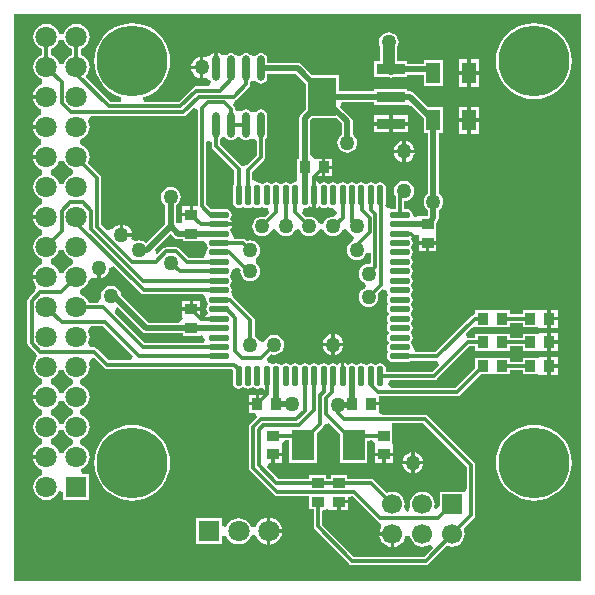
<source format=gtl>
G04 Layer_Physical_Order=1*
G04 Layer_Color=255*
%FSLAX25Y25*%
%MOIN*%
G70*
G01*
G75*
%ADD10R,0.03937X0.03543*%
%ADD11R,0.04528X0.07087*%
%ADD12R,0.03543X0.03937*%
%ADD13O,0.02362X0.08661*%
%ADD14R,0.09449X0.03740*%
%ADD15R,0.09449X0.12992*%
%ADD16R,0.07480X0.10236*%
%ADD17O,0.06890X0.02165*%
%ADD18O,0.02165X0.06890*%
%ADD19C,0.01969*%
%ADD20C,0.01181*%
%ADD21C,0.03937*%
%ADD22C,0.23622*%
%ADD23R,0.06693X0.06693*%
%ADD24C,0.06693*%
%ADD25R,0.07087X0.07087*%
%ADD26C,0.07087*%
%ADD27R,0.07087X0.07087*%
%ADD28C,0.05000*%
G36*
X188976Y0D02*
X0D01*
Y188976D01*
X188976D01*
Y0D01*
D02*
G37*
%LPC*%
G36*
X173228Y52008D02*
X171251Y51852D01*
X169323Y51389D01*
X167491Y50630D01*
X165800Y49594D01*
X164292Y48306D01*
X163005Y46798D01*
X161968Y45107D01*
X161209Y43275D01*
X160747Y41347D01*
X160591Y39370D01*
X160747Y37393D01*
X161209Y35465D01*
X161968Y33633D01*
X163005Y31942D01*
X164292Y30434D01*
X165800Y29146D01*
X167491Y28110D01*
X169323Y27351D01*
X171251Y26888D01*
X173228Y26733D01*
X175205Y26888D01*
X177134Y27351D01*
X178966Y28110D01*
X180656Y29146D01*
X182164Y30434D01*
X183452Y31942D01*
X184488Y33633D01*
X185247Y35465D01*
X185710Y37393D01*
X185866Y39370D01*
X185710Y41347D01*
X185247Y43275D01*
X184488Y45107D01*
X183452Y46798D01*
X182164Y48306D01*
X180656Y49594D01*
X178966Y50630D01*
X177134Y51389D01*
X175205Y51852D01*
X173228Y52008D01*
D02*
G37*
G36*
X80512Y62024D02*
X78331D01*
Y59646D01*
X80512D01*
Y62024D01*
D02*
G37*
G36*
X181118Y71063D02*
X178937D01*
Y68685D01*
X181118D01*
Y71063D01*
D02*
G37*
G36*
X39370Y52008D02*
X37393Y51852D01*
X35465Y51389D01*
X33633Y50630D01*
X31942Y49594D01*
X30434Y48306D01*
X29146Y46798D01*
X28110Y45107D01*
X27351Y43275D01*
X26888Y41347D01*
X26733Y39370D01*
X26888Y37393D01*
X27351Y35465D01*
X28110Y33633D01*
X29146Y31942D01*
X30434Y30434D01*
X31942Y29146D01*
X33633Y28110D01*
X35465Y27351D01*
X37393Y26888D01*
X39370Y26733D01*
X41347Y26888D01*
X43275Y27351D01*
X45107Y28110D01*
X46798Y29146D01*
X48306Y30434D01*
X49594Y31942D01*
X50630Y33633D01*
X51389Y35465D01*
X51852Y37393D01*
X52008Y39370D01*
X51852Y41347D01*
X51389Y43275D01*
X50630Y45107D01*
X49594Y46798D01*
X48306Y48306D01*
X46798Y49594D01*
X45107Y50630D01*
X43275Y51389D01*
X41347Y51852D01*
X39370Y52008D01*
D02*
G37*
G36*
X154839Y152953D02*
X152165D01*
Y149000D01*
X154839D01*
Y152953D01*
D02*
G37*
G36*
X150984D02*
X148311D01*
Y149000D01*
X150984D01*
Y152953D01*
D02*
G37*
G36*
X178937Y74622D02*
Y72244D01*
X181118D01*
Y74622D01*
X178937D01*
D02*
G37*
G36*
Y90370D02*
Y87992D01*
X181118D01*
Y90370D01*
X178937D01*
D02*
G37*
G36*
X140764Y112008D02*
X138386D01*
Y109827D01*
X140764D01*
Y112008D01*
D02*
G37*
G36*
X137205D02*
X134827D01*
Y109827D01*
X137205D01*
Y112008D01*
D02*
G37*
G36*
X181118Y78937D02*
X178937D01*
Y76559D01*
X181118D01*
Y78937D01*
D02*
G37*
G36*
X178937Y82496D02*
Y80118D01*
X181118D01*
Y82496D01*
X178937D01*
D02*
G37*
G36*
X181118Y86811D02*
X178937D01*
Y84433D01*
X181118D01*
Y86811D01*
D02*
G37*
G36*
X84213Y21040D02*
X83617Y20962D01*
X82512Y20504D01*
X81563Y19776D01*
X80835Y18827D01*
X80499Y18018D01*
X80239Y17956D01*
X79375Y17925D01*
X78873Y18027D01*
X78586Y18720D01*
X77892Y19624D01*
X76987Y20318D01*
X75934Y20755D01*
X74803Y20903D01*
X73673Y20755D01*
X72619Y20318D01*
X71715Y19624D01*
X71020Y18720D01*
X70709Y17967D01*
X69134Y18280D01*
Y20866D01*
X60473D01*
Y12205D01*
X69134D01*
Y14791D01*
X70709Y15104D01*
X71020Y14351D01*
X71715Y13447D01*
X72619Y12753D01*
X73673Y12316D01*
X74803Y12167D01*
X75934Y12316D01*
X76987Y12753D01*
X77892Y13447D01*
X78586Y14351D01*
X78873Y15044D01*
X79375Y15146D01*
X80239Y15115D01*
X80499Y15053D01*
X80835Y14244D01*
X81563Y13295D01*
X82512Y12567D01*
X83617Y12109D01*
X84213Y12031D01*
Y16535D01*
Y21040D01*
D02*
G37*
G36*
X124803Y182843D02*
X123945Y182730D01*
X123145Y182399D01*
X122459Y181872D01*
X121932Y181185D01*
X121600Y180386D01*
X121487Y179528D01*
X121600Y178669D01*
X121932Y177870D01*
X122023Y177750D01*
Y173130D01*
X120079D01*
Y167815D01*
X124805D01*
X124871Y167788D01*
X125591Y167693D01*
X126310Y167788D01*
X126376Y167815D01*
X131102D01*
Y168666D01*
X136713D01*
Y164961D01*
X142815D01*
Y173622D01*
X136713D01*
Y172279D01*
X131102D01*
Y173130D01*
X127583D01*
Y177750D01*
X127675Y177870D01*
X128006Y178669D01*
X128119Y179528D01*
X128006Y180386D01*
X127675Y181185D01*
X127148Y181872D01*
X126461Y182399D01*
X125661Y182730D01*
X124803Y182843D01*
D02*
G37*
G36*
X89308Y15945D02*
X85394D01*
Y12031D01*
X85989Y12109D01*
X87094Y12567D01*
X88043Y13295D01*
X88772Y14244D01*
X89230Y15349D01*
X89308Y15945D01*
D02*
G37*
G36*
X150984Y168701D02*
X148311D01*
Y164748D01*
X150984D01*
Y168701D01*
D02*
G37*
G36*
X154839D02*
X152165D01*
Y164748D01*
X154839D01*
Y168701D01*
D02*
G37*
G36*
Y173835D02*
X152165D01*
Y169882D01*
X154839D01*
Y173835D01*
D02*
G37*
G36*
X61910Y174614D02*
X61586Y174571D01*
X60735Y174219D01*
X60004Y173658D01*
X59443Y172926D01*
X59090Y172075D01*
X59048Y171752D01*
X61910D01*
Y174614D01*
D02*
G37*
G36*
Y170571D02*
X59048D01*
X59090Y170248D01*
X59443Y169396D01*
X60004Y168665D01*
X60735Y168104D01*
X61586Y167752D01*
X61910Y167709D01*
Y170571D01*
D02*
G37*
G36*
X150984Y173835D02*
X148311D01*
Y169882D01*
X150984D01*
Y173835D01*
D02*
G37*
G36*
X173228Y185866D02*
X171251Y185710D01*
X169323Y185247D01*
X167491Y184488D01*
X165800Y183452D01*
X164292Y182164D01*
X163005Y180656D01*
X161968Y178966D01*
X161209Y177134D01*
X160747Y175205D01*
X160591Y173228D01*
X160747Y171251D01*
X161209Y169323D01*
X161968Y167491D01*
X163005Y165800D01*
X164292Y164292D01*
X165800Y163005D01*
X167491Y161968D01*
X169323Y161209D01*
X171251Y160747D01*
X173228Y160591D01*
X175205Y160747D01*
X177134Y161209D01*
X178966Y161968D01*
X180656Y163005D01*
X182164Y164292D01*
X183452Y165800D01*
X184488Y167491D01*
X185247Y169323D01*
X185710Y171251D01*
X185866Y173228D01*
X185710Y175205D01*
X185247Y177134D01*
X184488Y178966D01*
X183452Y180656D01*
X182164Y182164D01*
X180656Y183452D01*
X178966Y184488D01*
X177134Y185247D01*
X175205Y185710D01*
X173228Y185866D01*
D02*
G37*
G36*
X150984Y158087D02*
X148311D01*
Y154134D01*
X150984D01*
Y158087D01*
D02*
G37*
G36*
X154839D02*
X152165D01*
Y154134D01*
X154839D01*
Y158087D01*
D02*
G37*
G36*
X39370Y185866D02*
X37393Y185710D01*
X35465Y185247D01*
X33633Y184488D01*
X31942Y183452D01*
X30434Y182164D01*
X29146Y180656D01*
X28110Y178966D01*
X27351Y177134D01*
X26888Y175205D01*
X26733Y173228D01*
X26888Y171251D01*
X27351Y169323D01*
X28110Y167491D01*
X29146Y165800D01*
X30434Y164292D01*
X31942Y163005D01*
X33633Y161968D01*
X35465Y161209D01*
X35635Y161169D01*
X35448Y159594D01*
X32157D01*
X23819Y167932D01*
X23837Y168210D01*
X24531Y169115D01*
X24967Y170169D01*
X25116Y171299D01*
X24967Y172430D01*
X24531Y173483D01*
X23837Y174388D01*
X22932Y175082D01*
X22153Y175405D01*
Y177194D01*
X22932Y177516D01*
X23837Y178210D01*
X24531Y179115D01*
X24967Y180169D01*
X25116Y181299D01*
X24967Y182430D01*
X24531Y183483D01*
X23837Y184388D01*
X22932Y185082D01*
X21879Y185518D01*
X20748Y185667D01*
X19617Y185518D01*
X18564Y185082D01*
X17659Y184388D01*
X16965Y183483D01*
X16529Y182430D01*
X14967D01*
X14531Y183483D01*
X13837Y184388D01*
X12932Y185082D01*
X11879Y185518D01*
X10748Y185667D01*
X9618Y185518D01*
X8564Y185082D01*
X7659Y184388D01*
X6965Y183483D01*
X6529Y182430D01*
X6380Y181299D01*
X6529Y180169D01*
X6965Y179115D01*
X7659Y178210D01*
X8564Y177516D01*
X9343Y177194D01*
Y175405D01*
X8564Y175082D01*
X7659Y174388D01*
X6965Y173483D01*
X6529Y172430D01*
X6380Y171299D01*
X6529Y170169D01*
X6965Y169115D01*
X7659Y168210D01*
X8564Y167516D01*
X9257Y167229D01*
X9359Y166727D01*
X9328Y165863D01*
X9266Y165603D01*
X8457Y165268D01*
X7508Y164540D01*
X6780Y163591D01*
X6322Y162485D01*
X6243Y161890D01*
X10748D01*
Y160709D01*
X6243D01*
X6322Y160113D01*
X6780Y159008D01*
X7508Y158059D01*
X8457Y157331D01*
X8889Y157151D01*
Y155447D01*
X8457Y155268D01*
X7508Y154540D01*
X6780Y153591D01*
X6322Y152485D01*
X6243Y151890D01*
X10748D01*
Y150709D01*
X6243D01*
X6322Y150113D01*
X6780Y149008D01*
X7508Y148059D01*
X8457Y147331D01*
X8889Y147152D01*
Y145447D01*
X8457Y145268D01*
X7508Y144539D01*
X6780Y143590D01*
X6322Y142485D01*
X6243Y141890D01*
X10748D01*
Y140709D01*
X6243D01*
X6322Y140113D01*
X6780Y139008D01*
X7508Y138059D01*
X8457Y137331D01*
X9266Y136995D01*
X9328Y136735D01*
X9359Y135871D01*
X9257Y135369D01*
X8564Y135082D01*
X7659Y134388D01*
X6965Y133483D01*
X6529Y132430D01*
X6380Y131299D01*
X6529Y130169D01*
X6965Y129115D01*
X7659Y128210D01*
X8564Y127516D01*
X9257Y127229D01*
X9359Y126727D01*
X9328Y125863D01*
X9266Y125603D01*
X8457Y125268D01*
X7508Y124539D01*
X6780Y123591D01*
X6322Y122485D01*
X6243Y121890D01*
X10748D01*
Y120709D01*
X6243D01*
X6322Y120113D01*
X6780Y119008D01*
X7508Y118059D01*
X8457Y117331D01*
X9266Y116996D01*
X9328Y116735D01*
X9359Y115871D01*
X9257Y115369D01*
X8564Y115082D01*
X7659Y114388D01*
X6965Y113483D01*
X6529Y112430D01*
X6380Y111299D01*
X6529Y110169D01*
X6965Y109115D01*
X7659Y108211D01*
X8564Y107516D01*
X9257Y107229D01*
X9359Y106728D01*
X9328Y105863D01*
X9266Y105603D01*
X8457Y105268D01*
X7508Y104540D01*
X6780Y103591D01*
X6322Y102485D01*
X6243Y101890D01*
X10748D01*
Y100709D01*
X6243D01*
X6322Y100113D01*
X6780Y99008D01*
X7046Y98660D01*
X7431Y97829D01*
X6981Y96478D01*
X4833Y94331D01*
X4529Y93875D01*
X4422Y93338D01*
Y79261D01*
X4529Y78723D01*
X4833Y78267D01*
X7132Y75968D01*
X7527Y74784D01*
X7223Y73820D01*
X6965Y73483D01*
X6529Y72430D01*
X6380Y71299D01*
X6529Y70169D01*
X6965Y69115D01*
X7659Y68211D01*
X8564Y67516D01*
X9257Y67229D01*
X9359Y66728D01*
X9328Y65863D01*
X9266Y65603D01*
X8457Y65268D01*
X7508Y64539D01*
X6780Y63591D01*
X6322Y62485D01*
X6243Y61890D01*
X10748D01*
Y60709D01*
X6243D01*
X6322Y60113D01*
X6780Y59008D01*
X7508Y58059D01*
X8457Y57331D01*
X9266Y56995D01*
X9328Y56735D01*
X9359Y55871D01*
X9257Y55369D01*
X8564Y55082D01*
X7659Y54388D01*
X6965Y53483D01*
X6529Y52430D01*
X6380Y51299D01*
X6529Y50169D01*
X6965Y49115D01*
X7659Y48210D01*
X8564Y47516D01*
X9257Y47229D01*
X9359Y46727D01*
X9328Y45863D01*
X9266Y45603D01*
X8457Y45268D01*
X7508Y44539D01*
X6780Y43591D01*
X6322Y42485D01*
X6243Y41890D01*
X10748D01*
Y40709D01*
X6243D01*
X6322Y40113D01*
X6780Y39008D01*
X7508Y38059D01*
X8457Y37331D01*
X9266Y36996D01*
X9328Y36735D01*
X9359Y35871D01*
X9257Y35369D01*
X8564Y35082D01*
X7659Y34388D01*
X6965Y33483D01*
X6529Y32430D01*
X6380Y31299D01*
X6529Y30169D01*
X6965Y29115D01*
X7659Y28210D01*
X8564Y27516D01*
X9618Y27080D01*
X10748Y26931D01*
X11879Y27080D01*
X12932Y27516D01*
X13837Y28210D01*
X14531Y29115D01*
X14842Y29868D01*
X16417Y29554D01*
Y26969D01*
X25079D01*
Y35630D01*
X22493D01*
X22180Y37205D01*
X22932Y37516D01*
X23837Y38210D01*
X24531Y39115D01*
X24967Y40169D01*
X25116Y41299D01*
X24967Y42430D01*
X24531Y43483D01*
X23837Y44388D01*
X22932Y45082D01*
X21879Y45518D01*
Y47080D01*
X22932Y47516D01*
X23837Y48210D01*
X24531Y49115D01*
X24967Y50169D01*
X25116Y51299D01*
X24967Y52430D01*
X24531Y53483D01*
X23837Y54388D01*
X22932Y55082D01*
X21879Y55518D01*
Y57080D01*
X22932Y57516D01*
X23837Y58210D01*
X24531Y59115D01*
X24967Y60169D01*
X25116Y61299D01*
X24967Y62430D01*
X24531Y63483D01*
X23837Y64388D01*
X22932Y65082D01*
X21879Y65518D01*
Y67080D01*
X22932Y67516D01*
X23837Y68211D01*
X24531Y69115D01*
X24967Y70169D01*
X25116Y71299D01*
X24967Y72430D01*
X24852Y72707D01*
X25782Y74290D01*
X26768Y74395D01*
X30109Y71054D01*
X30565Y70749D01*
X31102Y70642D01*
X72646D01*
X72896Y70392D01*
Y65945D01*
X73042Y65215D01*
X73455Y64597D01*
X74073Y64183D01*
X74803Y64038D01*
X75533Y64183D01*
X76378Y64509D01*
X77223Y64183D01*
X77953Y64038D01*
X78682Y64183D01*
X79528Y64509D01*
X80373Y64183D01*
X81102Y64038D01*
X81832Y64183D01*
X82451Y64597D01*
X83439Y63983D01*
X84009Y62290D01*
X83883Y62022D01*
X83874Y62024D01*
X83356Y62024D01*
X81693D01*
Y59055D01*
X81102D01*
Y58465D01*
X78331D01*
Y56087D01*
X80251D01*
X80843Y54512D01*
X78534Y52202D01*
X78230Y51747D01*
X78123Y51209D01*
Y37767D01*
X78230Y37230D01*
X78534Y36774D01*
X86774Y28534D01*
X87230Y28230D01*
X87767Y28123D01*
X98425D01*
Y23819D01*
X99776D01*
Y18110D01*
X99883Y17573D01*
X100188Y17117D01*
X111605Y5700D01*
X112061Y5395D01*
X112598Y5288D01*
X137165D01*
X137703Y5395D01*
X138159Y5700D01*
X144304Y11845D01*
X144984Y11563D01*
X146063Y11421D01*
X147142Y11563D01*
X148148Y11980D01*
X149011Y12642D01*
X149674Y13506D01*
X150090Y14511D01*
X150233Y15590D01*
X150090Y16670D01*
X149809Y17349D01*
X153356Y20896D01*
X153660Y21352D01*
X153767Y21890D01*
Y38583D01*
X153660Y39120D01*
X153356Y39576D01*
X138001Y54931D01*
X137546Y55235D01*
X137008Y55342D01*
X122936D01*
X121669Y56087D01*
Y58465D01*
X118898D01*
Y59646D01*
X121669D01*
Y61587D01*
X147638D01*
X148176Y61694D01*
X148631Y61999D01*
X155530Y68898D01*
X158465D01*
X158858Y68898D01*
X160039D01*
X160433Y68898D01*
X165157D01*
Y70249D01*
X169488D01*
Y68898D01*
X174088D01*
X175575Y68685D01*
X176093Y68685D01*
X177756D01*
Y71653D01*
Y74622D01*
X176093D01*
X175575Y74622D01*
X174088Y74410D01*
X169488D01*
Y73058D01*
X165157D01*
Y74410D01*
X160433D01*
X160039Y74410D01*
X158858D01*
X158465Y74410D01*
X153740D01*
Y71081D01*
X147056Y64397D01*
X125521D01*
X124581Y65745D01*
X125149Y66902D01*
X139961D01*
X140498Y67009D01*
X140954Y67314D01*
X151763Y78123D01*
X153740D01*
Y76772D01*
X158465D01*
X158858Y76772D01*
X160039D01*
X160433Y76772D01*
X165157D01*
Y78123D01*
X169488D01*
Y76772D01*
X174088D01*
X175575Y76559D01*
X176093Y76559D01*
X177756D01*
Y79528D01*
Y82496D01*
X176093D01*
X175575Y82496D01*
X174088Y82284D01*
X169488D01*
Y80932D01*
X165157D01*
Y82284D01*
X160433D01*
X160039Y82284D01*
X158858D01*
X158465Y82284D01*
X153740D01*
Y80932D01*
X151288D01*
X151075Y81177D01*
X150539Y82411D01*
X152344Y84215D01*
X153740Y84646D01*
Y84646D01*
X153740Y84646D01*
X158465D01*
X158858Y84646D01*
X160039D01*
X160433Y84646D01*
X165157D01*
Y85997D01*
X169488D01*
Y84646D01*
X174088D01*
X175575Y84433D01*
X176093Y84433D01*
X177756D01*
Y87402D01*
Y90370D01*
X176093D01*
X175575Y90370D01*
X174088Y90158D01*
X169488D01*
Y88806D01*
X165157D01*
Y90158D01*
X160433D01*
X160039Y90158D01*
X158858D01*
X158465Y90158D01*
X153740D01*
Y88806D01*
X153543D01*
X153006Y88700D01*
X152550Y88395D01*
X140363Y76208D01*
X133883D01*
X133589Y76453D01*
X132778Y77783D01*
X132812Y77953D01*
X132667Y78682D01*
X132254Y79301D01*
Y79754D01*
X132667Y80373D01*
X132812Y81102D01*
X132667Y81832D01*
X132254Y82451D01*
Y82904D01*
X132667Y83522D01*
X132812Y84252D01*
X132667Y84982D01*
X132341Y85827D01*
X132667Y86672D01*
X132812Y87402D01*
X132667Y88131D01*
X132254Y88750D01*
Y89203D01*
X132667Y89821D01*
X132812Y90551D01*
X132667Y91281D01*
X132341Y92126D01*
X132667Y92971D01*
X132812Y93701D01*
X132667Y94431D01*
X132341Y95276D01*
X132667Y96121D01*
X132812Y96850D01*
X132667Y97580D01*
X132254Y98199D01*
Y98652D01*
X132667Y99270D01*
X132812Y100000D01*
X132667Y100730D01*
X132341Y101575D01*
X132667Y102420D01*
X132812Y103150D01*
X132667Y103879D01*
X132341Y104724D01*
X132667Y105570D01*
X132812Y106299D01*
X132667Y107029D01*
X132254Y107648D01*
Y108101D01*
X132667Y108719D01*
X132812Y109449D01*
X132667Y110178D01*
X132341Y111024D01*
X132667Y111869D01*
X132812Y112598D01*
X132667Y113328D01*
X132254Y113947D01*
X132867Y114935D01*
X134561Y115505D01*
X134828Y115379D01*
X134827Y115370D01*
X134827Y114852D01*
Y113189D01*
X140764D01*
Y114852D01*
X140764Y115370D01*
X140551Y116857D01*
Y119099D01*
X141041Y119589D01*
X141433Y120175D01*
X141570Y120866D01*
Y123620D01*
X142108Y124033D01*
X142635Y124720D01*
X142967Y125520D01*
X143079Y126378D01*
X142967Y127236D01*
X142635Y128036D01*
X142108Y128723D01*
X141570Y129136D01*
Y149213D01*
X142815D01*
Y157874D01*
X137988D01*
X133167Y162695D01*
X132581Y163086D01*
X131890Y163224D01*
X131102D01*
Y164075D01*
X120079D01*
Y163224D01*
X108268D01*
Y168701D01*
X99208D01*
X95766Y172143D01*
X95179Y172535D01*
X94488Y172672D01*
X84310D01*
Y174016D01*
X84157Y174784D01*
X83722Y175435D01*
X83071Y175870D01*
X82303Y176023D01*
X81535Y175870D01*
X80884Y175435D01*
X80678Y175127D01*
X80139Y175005D01*
X79467D01*
X78928Y175127D01*
X78722Y175435D01*
X78071Y175870D01*
X77303Y176023D01*
X76535Y175870D01*
X75884Y175435D01*
X75678Y175127D01*
X75139Y175005D01*
X74467D01*
X73928Y175127D01*
X73722Y175435D01*
X73071Y175870D01*
X72303Y176023D01*
X71535Y175870D01*
X70884Y175435D01*
X70806Y175318D01*
X70617Y175259D01*
X69106Y175299D01*
X69056Y175318D01*
X68876Y175588D01*
X68154Y176070D01*
X67894Y176122D01*
Y170866D01*
X66713D01*
Y176122D01*
X66452Y176070D01*
X65731Y175588D01*
X65506Y175252D01*
X64972Y174807D01*
X63571Y174506D01*
X63414Y174571D01*
X63090Y174614D01*
Y171161D01*
Y167709D01*
X63414Y167752D01*
X63504Y167789D01*
X63732Y167779D01*
X65088Y167072D01*
X65247Y166873D01*
X65249Y166866D01*
X65583Y166366D01*
X65331Y165475D01*
X64921Y164791D01*
X60630D01*
X60092Y164684D01*
X59636Y164379D01*
X54851Y159594D01*
X43292D01*
X43105Y161169D01*
X43275Y161209D01*
X45107Y161968D01*
X46798Y163005D01*
X48306Y164292D01*
X49594Y165800D01*
X50630Y167491D01*
X51389Y169323D01*
X51852Y171251D01*
X52008Y173228D01*
X51852Y175205D01*
X51389Y177134D01*
X50630Y178966D01*
X49594Y180656D01*
X48306Y182164D01*
X46798Y183452D01*
X45107Y184488D01*
X43275Y185247D01*
X41347Y185710D01*
X39370Y185866D01*
D02*
G37*
G36*
X85394Y21040D02*
Y17126D01*
X89308D01*
X89230Y17721D01*
X88772Y18827D01*
X88043Y19776D01*
X87094Y20504D01*
X85989Y20962D01*
X85394Y21040D01*
D02*
G37*
%LPD*%
G36*
X42314Y95857D02*
X42769Y95552D01*
X43307Y95446D01*
X62967D01*
X63261Y95200D01*
X64072Y93871D01*
X64038Y93701D01*
X64183Y92971D01*
X64509Y92126D01*
X64183Y91281D01*
X64038Y90551D01*
X64183Y89821D01*
X64597Y89203D01*
X63983Y88214D01*
X62290Y87644D01*
X62022Y87771D01*
X62024Y87779D01*
X62024Y88298D01*
Y89961D01*
X56087D01*
Y88298D01*
X56087Y87779D01*
X56107Y87633D01*
X54747Y86058D01*
X44849D01*
X35565Y95343D01*
X35486Y95940D01*
X35155Y96740D01*
X34628Y97427D01*
X33941Y97954D01*
X33142Y98285D01*
X32283Y98398D01*
X31425Y98285D01*
X30626Y97954D01*
X29939Y97427D01*
X29412Y96740D01*
X29081Y95940D01*
X28968Y95082D01*
X29073Y94279D01*
X29076Y94216D01*
X28074Y92704D01*
X24854D01*
X24531Y93483D01*
X23837Y94388D01*
X22932Y95082D01*
X21879Y95518D01*
Y97080D01*
X22932Y97516D01*
X23837Y98211D01*
X24531Y99115D01*
X24967Y100169D01*
X24989Y100336D01*
X26000Y100904D01*
X26677Y101095D01*
X27334Y100822D01*
X27657Y100780D01*
Y104232D01*
X28839D01*
Y100780D01*
X29162Y100822D01*
X30013Y101175D01*
X30744Y101736D01*
X31305Y102467D01*
X31658Y103319D01*
X31770Y104173D01*
X31951Y104308D01*
X33280Y104891D01*
X42314Y95857D01*
D02*
G37*
G36*
X121054Y19873D02*
X121510Y19568D01*
X121633Y19544D01*
X122228Y18507D01*
X122346Y17886D01*
X122266Y17783D01*
X121828Y16725D01*
X121757Y16181D01*
X126063D01*
Y15590D01*
X126654D01*
Y11284D01*
X127198Y11356D01*
X128255Y11794D01*
X129163Y12491D01*
X129860Y13399D01*
X130298Y14456D01*
X130376Y15052D01*
X131964D01*
X132036Y14511D01*
X132452Y13506D01*
X133115Y12642D01*
X133978Y11980D01*
X134984Y11563D01*
X136063Y11421D01*
X137142Y11563D01*
X138148Y11980D01*
X138536Y12278D01*
X139576Y11091D01*
X136583Y8098D01*
X113180D01*
X102586Y18692D01*
Y23216D01*
X104161Y23784D01*
X105299Y23606D01*
Y23606D01*
X105424Y23606D01*
X107677D01*
Y26378D01*
X108268D01*
Y26969D01*
X111236D01*
Y28105D01*
X112811Y28115D01*
X121054Y19873D01*
D02*
G37*
G36*
X16965Y49115D02*
X17659Y48210D01*
X18564Y47516D01*
X19617Y47080D01*
Y45518D01*
X18564Y45082D01*
X17659Y44388D01*
X16965Y43483D01*
X16678Y42790D01*
X16176Y42689D01*
X15312Y42719D01*
X15052Y42781D01*
X14717Y43591D01*
X13988Y44539D01*
X13039Y45268D01*
X12230Y45603D01*
X12168Y45863D01*
X12137Y46727D01*
X12239Y47229D01*
X12932Y47516D01*
X13837Y48210D01*
X14531Y49115D01*
X14967Y50169D01*
X16529D01*
X16965Y49115D01*
D02*
G37*
G36*
X16678Y59808D02*
X16965Y59115D01*
X17659Y58210D01*
X18564Y57516D01*
X19617Y57080D01*
Y55518D01*
X18564Y55082D01*
X17659Y54388D01*
X16965Y53483D01*
X16529Y52430D01*
X14967D01*
X14531Y53483D01*
X13837Y54388D01*
X12932Y55082D01*
X12239Y55369D01*
X12137Y55871D01*
X12168Y56735D01*
X12230Y56995D01*
X13039Y57331D01*
X13988Y58059D01*
X14717Y59008D01*
X15052Y59817D01*
X15312Y59879D01*
X16176Y59910D01*
X16678Y59808D01*
D02*
G37*
G36*
X16965Y69115D02*
X17659Y68211D01*
X18564Y67516D01*
X19617Y67080D01*
Y65518D01*
X18564Y65082D01*
X17659Y64388D01*
X16965Y63483D01*
X16678Y62790D01*
X16176Y62689D01*
X15312Y62719D01*
X15052Y62781D01*
X14717Y63591D01*
X13988Y64539D01*
X13039Y65268D01*
X12230Y65603D01*
X12168Y65863D01*
X12137Y66728D01*
X12239Y67229D01*
X12932Y67516D01*
X13837Y68211D01*
X14531Y69115D01*
X14967Y70169D01*
X16529D01*
X16965Y69115D01*
D02*
G37*
G36*
X42824Y82975D02*
X43410Y82583D01*
X44101Y82446D01*
X56299D01*
Y81693D01*
X61811D01*
Y81693D01*
X62764Y81779D01*
X63731Y80374D01*
X63261Y79603D01*
X62967Y79358D01*
X43495D01*
X33524Y89329D01*
X34008Y91072D01*
X34584Y91214D01*
X42824Y82975D01*
D02*
G37*
G36*
X108697Y48765D02*
Y39370D01*
X117752D01*
Y46646D01*
X119327Y46795D01*
X120338Y45445D01*
X120260Y44898D01*
X120260Y44379D01*
Y42717D01*
X126197D01*
Y44379D01*
X126197Y44898D01*
X125984Y46384D01*
Y50984D01*
X125984Y50984D01*
X125984D01*
X126049Y52532D01*
X136426D01*
X150957Y38001D01*
Y30984D01*
X150197Y29724D01*
X141929D01*
Y24793D01*
X140756Y23860D01*
X140090Y24511D01*
X140233Y25591D01*
X140090Y26670D01*
X139674Y27675D01*
X139011Y28539D01*
X138148Y29201D01*
X137142Y29618D01*
X136063Y29760D01*
X134984Y29618D01*
X133978Y29201D01*
X133115Y28539D01*
X132452Y27675D01*
X132036Y26670D01*
X131894Y25591D01*
X132036Y24511D01*
X131227Y22873D01*
X131063Y22827D01*
X130899Y22873D01*
X130090Y24511D01*
X130233Y25591D01*
X130090Y26670D01*
X129674Y27675D01*
X129011Y28539D01*
X128148Y29201D01*
X127142Y29618D01*
X126063Y29760D01*
X124984Y29618D01*
X124304Y29336D01*
X119970Y33671D01*
X119514Y33975D01*
X118976Y34082D01*
X111024D01*
Y35236D01*
X105512D01*
Y34082D01*
X103937D01*
Y35236D01*
X98425D01*
Y34082D01*
X87984D01*
X84286Y37780D01*
X84938Y39354D01*
X85630D01*
Y42126D01*
X86221D01*
Y42717D01*
X89189D01*
Y44379D01*
X89189Y44898D01*
X89111Y45445D01*
X90193Y46890D01*
X91768Y46924D01*
Y39370D01*
X100823D01*
Y49230D01*
X103021Y51428D01*
X103326Y51884D01*
X103330Y51905D01*
X104885Y52577D01*
X108697Y48765D01*
D02*
G37*
G36*
X39522Y75027D02*
X38869Y73452D01*
X31684D01*
X27765Y77371D01*
X27309Y77676D01*
X26772Y77783D01*
X25494D01*
X24967Y78512D01*
X24631Y79358D01*
X24967Y80169D01*
X25116Y81299D01*
X24967Y82430D01*
X24631Y83241D01*
X24967Y84087D01*
X25494Y84816D01*
X29733D01*
X39522Y75027D01*
D02*
G37*
G36*
X16965Y109115D02*
X17659Y108211D01*
X18564Y107516D01*
X19617Y107080D01*
Y105518D01*
X18564Y105082D01*
X17659Y104388D01*
X16965Y103483D01*
X16678Y102790D01*
X16176Y102689D01*
X15312Y102719D01*
X15052Y102781D01*
X14717Y103591D01*
X13988Y104540D01*
X13039Y105268D01*
X12230Y105603D01*
X12168Y105863D01*
X12137Y106728D01*
X12239Y107229D01*
X12932Y107516D01*
X13837Y108211D01*
X14531Y109115D01*
X14967Y110169D01*
X16529D01*
X16965Y109115D01*
D02*
G37*
G36*
X120079Y158760D02*
X131102D01*
X131102Y158760D01*
Y158760D01*
X131102Y158760D01*
X132477Y158276D01*
X136713Y154040D01*
Y149213D01*
X137957D01*
Y129136D01*
X137419Y128723D01*
X136892Y128036D01*
X136561Y127236D01*
X136448Y126378D01*
X136561Y125520D01*
X136892Y124720D01*
X137419Y124033D01*
X137957Y123620D01*
Y121614D01*
X137800Y121457D01*
X135039D01*
Y121457D01*
X133465Y121314D01*
X132812Y122047D01*
X132667Y122777D01*
X132254Y123396D01*
X131635Y123809D01*
X130905Y123954D01*
X129948D01*
Y126609D01*
X130779Y126718D01*
X131579Y127050D01*
X132266Y127577D01*
X132793Y128263D01*
X133124Y129063D01*
X133237Y129921D01*
X133124Y130779D01*
X132793Y131579D01*
X132266Y132266D01*
X131579Y132793D01*
X130779Y133124D01*
X129921Y133237D01*
X129063Y133124D01*
X128263Y132793D01*
X127577Y132266D01*
X127050Y131579D01*
X126718Y130779D01*
X126605Y129921D01*
X126718Y129063D01*
X127050Y128263D01*
X127138Y128148D01*
Y123954D01*
X126181D01*
X125451Y123809D01*
X124020Y124572D01*
X123717Y125314D01*
X123809Y125451D01*
X123954Y126181D01*
Y130905D01*
X123809Y131635D01*
X123396Y132254D01*
X122777Y132667D01*
X122047Y132812D01*
X121318Y132667D01*
X120472Y132341D01*
X119627Y132667D01*
X118898Y132812D01*
X118168Y132667D01*
X117549Y132254D01*
X117096D01*
X116478Y132667D01*
X115748Y132812D01*
X115018Y132667D01*
X114400Y132254D01*
X113947D01*
X113328Y132667D01*
X112598Y132812D01*
X111869Y132667D01*
X111024Y132341D01*
X110178Y132667D01*
X109449Y132812D01*
X108719Y132667D01*
X107874Y132341D01*
X107029Y132667D01*
X106299Y132812D01*
X105570Y132667D01*
X104724Y132341D01*
X103879Y132667D01*
X103150Y132812D01*
X102420Y132667D01*
X101801Y132254D01*
X100813Y132867D01*
X100243Y134561D01*
X100369Y134828D01*
X100378Y134827D01*
X100896Y134827D01*
X102559D01*
Y137795D01*
Y140764D01*
X100896D01*
X100378Y140764D01*
X100232Y140743D01*
X98657Y142103D01*
Y153583D01*
X99208Y154134D01*
X107485D01*
X109217Y152401D01*
Y148821D01*
X108679Y148408D01*
X108152Y147721D01*
X107821Y146921D01*
X107708Y146063D01*
X107821Y145205D01*
X108152Y144405D01*
X108679Y143718D01*
X109366Y143192D01*
X110165Y142860D01*
X111024Y142747D01*
X111882Y142860D01*
X112681Y143192D01*
X113368Y143718D01*
X113895Y144405D01*
X114226Y145205D01*
X114339Y146063D01*
X114226Y146921D01*
X113895Y147721D01*
X113368Y148408D01*
X112830Y148821D01*
Y153150D01*
X112692Y153841D01*
X112301Y154427D01*
X108692Y158036D01*
X109291Y159611D01*
X120079D01*
Y158760D01*
D02*
G37*
G36*
X16678Y139808D02*
X16965Y139115D01*
X17659Y138210D01*
X18564Y137516D01*
X19617Y137080D01*
Y135518D01*
X18564Y135082D01*
X17659Y134388D01*
X16965Y133483D01*
X16529Y132430D01*
X14967D01*
X14531Y133483D01*
X13837Y134388D01*
X12932Y135082D01*
X12239Y135369D01*
X12137Y135871D01*
X12168Y136735D01*
X12230Y136995D01*
X13039Y137331D01*
X13988Y138059D01*
X14717Y139008D01*
X15052Y139817D01*
X15312Y139879D01*
X16176Y139910D01*
X16678Y139808D01*
D02*
G37*
G36*
X100591Y124175D02*
X100813Y124219D01*
X101801Y124833D01*
X102420Y124419D01*
X103150Y124274D01*
X103879Y124419D01*
X104724Y124746D01*
X105570Y124419D01*
X106299Y124274D01*
X107428Y123199D01*
X107448Y122527D01*
X106316Y121424D01*
X106299Y121426D01*
X105441Y121313D01*
X104641Y120982D01*
X103955Y120455D01*
X103428Y119768D01*
X103185Y119182D01*
X102362Y119013D01*
X101540Y119182D01*
X101297Y119768D01*
X100770Y120455D01*
X100083Y120982D01*
X99283Y121313D01*
X98425Y121426D01*
X97567Y121313D01*
X97314Y121208D01*
X96082Y122440D01*
X96504Y124208D01*
X96681Y124308D01*
X96850Y124274D01*
X97580Y124419D01*
X98199Y124833D01*
X99187Y124219D01*
X99410Y124175D01*
Y128543D01*
X100591D01*
Y124175D01*
D02*
G37*
G36*
X16965Y179115D02*
X17659Y178210D01*
X18564Y177516D01*
X19343Y177194D01*
Y175405D01*
X18564Y175082D01*
X17659Y174388D01*
X16965Y173483D01*
X16529Y172430D01*
X14967D01*
X14531Y173483D01*
X13837Y174388D01*
X12932Y175082D01*
X12153Y175405D01*
Y177194D01*
X12932Y177516D01*
X13837Y178210D01*
X14531Y179115D01*
X14967Y180169D01*
X16529D01*
X16965Y179115D01*
D02*
G37*
G36*
X97244Y165556D02*
Y157279D01*
X95573Y155608D01*
X95182Y155022D01*
X95044Y154331D01*
Y140551D01*
X94291D01*
Y135039D01*
X94291D01*
X94434Y133465D01*
X93701Y132812D01*
X92971Y132667D01*
X92126Y132341D01*
X91281Y132667D01*
X90551Y132812D01*
X89821Y132667D01*
X89203Y132254D01*
X88750D01*
X88131Y132667D01*
X87402Y132812D01*
X86672Y132667D01*
X85827Y132341D01*
X84982Y132667D01*
X84252Y132812D01*
X83522Y132667D01*
X82677Y132341D01*
X81832Y132667D01*
X81102Y132812D01*
X80932Y132778D01*
X79603Y133589D01*
X79358Y133883D01*
Y136426D01*
X83297Y140365D01*
X83601Y140821D01*
X83708Y141358D01*
Y147390D01*
X83722Y147400D01*
X84157Y148051D01*
X84310Y148819D01*
Y155118D01*
X84157Y155886D01*
X83722Y156537D01*
X83071Y156972D01*
X82303Y157125D01*
X81535Y156972D01*
X80884Y156537D01*
X80678Y156229D01*
X80139Y156108D01*
X79467D01*
X78928Y156229D01*
X78722Y156537D01*
X78071Y156972D01*
X77303Y157125D01*
X76535Y156972D01*
X75884Y156537D01*
X74298Y156751D01*
X73708Y157224D01*
X73601Y157762D01*
X73297Y158218D01*
X72925Y158589D01*
X73646Y160096D01*
X73766Y160119D01*
X74222Y160424D01*
X78297Y164499D01*
X78601Y164954D01*
X78708Y165492D01*
Y166288D01*
X78722Y166297D01*
X78928Y166605D01*
X79467Y166727D01*
X80139D01*
X80678Y166605D01*
X80884Y166297D01*
X81535Y165862D01*
X82303Y165709D01*
X83071Y165862D01*
X83722Y166297D01*
X84157Y166948D01*
X84310Y167717D01*
Y169060D01*
X93740D01*
X97244Y165556D01*
D02*
G37*
G36*
X75678Y147708D02*
X75884Y147400D01*
X76535Y146965D01*
X77303Y146812D01*
X78071Y146965D01*
X78722Y147400D01*
X80294Y147116D01*
X80898Y146569D01*
Y141940D01*
X77470Y138513D01*
X76075Y138415D01*
X75516Y138676D01*
X68708Y145484D01*
Y147390D01*
X68722Y147400D01*
X68928Y147708D01*
X69467Y147829D01*
X70139D01*
X70678Y147708D01*
X70884Y147400D01*
X71535Y146965D01*
X72303Y146812D01*
X73071Y146965D01*
X73722Y147400D01*
X73928Y147708D01*
X74467Y147829D01*
X75139D01*
X75678Y147708D01*
D02*
G37*
G36*
X65898Y146163D02*
Y144902D01*
X66005Y144364D01*
X66310Y143908D01*
X73398Y136820D01*
Y132169D01*
X73042Y131635D01*
X72896Y130905D01*
Y126181D01*
X73042Y125451D01*
X73455Y124833D01*
X74073Y124419D01*
X74803Y124274D01*
X75533Y124419D01*
X76378Y124746D01*
X77223Y124419D01*
X77953Y124274D01*
X78682Y124419D01*
X79528Y124746D01*
X80373Y124419D01*
X81102Y124274D01*
X81832Y124419D01*
X82677Y124746D01*
X83522Y124419D01*
X84252Y124274D01*
X84422Y124308D01*
X84598Y124208D01*
X85021Y122440D01*
X83788Y121208D01*
X83535Y121313D01*
X82677Y121426D01*
X81819Y121313D01*
X81019Y120982D01*
X80333Y120455D01*
X79806Y119768D01*
X79474Y118968D01*
X79361Y118110D01*
X79474Y117252D01*
X79806Y116452D01*
X80333Y115766D01*
X81019Y115239D01*
X81819Y114907D01*
X82677Y114795D01*
X83535Y114907D01*
X84335Y115239D01*
X85022Y115766D01*
X85549Y116452D01*
X85792Y117039D01*
X86614Y117207D01*
X87437Y117039D01*
X87680Y116452D01*
X88207Y115766D01*
X88893Y115239D01*
X89693Y114907D01*
X90551Y114795D01*
X91409Y114907D01*
X92209Y115239D01*
X92896Y115766D01*
X93423Y116452D01*
X93666Y117039D01*
X94488Y117207D01*
X95311Y117039D01*
X95554Y116452D01*
X96081Y115766D01*
X96767Y115239D01*
X97567Y114907D01*
X98425Y114795D01*
X99283Y114907D01*
X100083Y115239D01*
X100770Y115766D01*
X101297Y116452D01*
X101540Y117039D01*
X102362Y117207D01*
X103185Y117039D01*
X103428Y116452D01*
X103955Y115766D01*
X104641Y115239D01*
X105441Y114907D01*
X106299Y114795D01*
X107157Y114907D01*
X107957Y115239D01*
X108644Y115766D01*
X109171Y116452D01*
X109414Y117039D01*
X110236Y117207D01*
X111059Y117039D01*
X111302Y116452D01*
X111829Y115766D01*
X112515Y115239D01*
X113102Y114996D01*
X113270Y114173D01*
X113102Y113351D01*
X112515Y113108D01*
X111829Y112581D01*
X111302Y111894D01*
X110970Y111094D01*
X110857Y110236D01*
X110970Y109378D01*
X111302Y108578D01*
X111829Y107892D01*
X112515Y107365D01*
X113315Y107033D01*
X114173Y106921D01*
X115031Y107033D01*
X115831Y107365D01*
X116518Y107892D01*
X117045Y108578D01*
X117376Y109378D01*
X118910Y109125D01*
Y106379D01*
X118110Y105678D01*
X117252Y105565D01*
X116452Y105234D01*
X115766Y104707D01*
X115239Y104020D01*
X114907Y103220D01*
X114795Y102362D01*
X114907Y101504D01*
X115239Y100704D01*
X115766Y100018D01*
X116452Y99491D01*
X117039Y99248D01*
X117207Y98425D01*
X117039Y97603D01*
X116452Y97360D01*
X115766Y96833D01*
X115239Y96146D01*
X114907Y95346D01*
X114795Y94488D01*
X114907Y93630D01*
X115239Y92830D01*
X115766Y92144D01*
X116452Y91617D01*
X117252Y91285D01*
X118110Y91172D01*
X118968Y91285D01*
X119768Y91617D01*
X120455Y92144D01*
X120982Y92830D01*
X121313Y93630D01*
X121426Y94488D01*
X121313Y95346D01*
X121208Y95599D01*
X122736Y97127D01*
X123600Y96972D01*
X124030Y96798D01*
X124063Y96777D01*
X124330Y96570D01*
X124419Y96121D01*
X124746Y95276D01*
X124419Y94430D01*
X124274Y93701D01*
X124419Y92971D01*
X124746Y92126D01*
X124419Y91281D01*
X124274Y90551D01*
X124419Y89821D01*
X124833Y89203D01*
Y88750D01*
X124419Y88131D01*
X124274Y87402D01*
X124419Y86672D01*
X124746Y85827D01*
X124419Y84982D01*
X124274Y84252D01*
X124419Y83522D01*
X124833Y82904D01*
Y82451D01*
X124419Y81832D01*
X124274Y81102D01*
X124419Y80373D01*
X124833Y79754D01*
Y79301D01*
X124419Y78682D01*
X124274Y77953D01*
X124419Y77223D01*
X124746Y76378D01*
X124419Y75533D01*
X124274Y74803D01*
X124419Y74073D01*
X124833Y73455D01*
X125451Y73042D01*
X126181Y72896D01*
X130905D01*
X131635Y73042D01*
X132169Y73398D01*
X140838D01*
X141051Y73154D01*
X141587Y71920D01*
X139379Y69712D01*
X123954D01*
Y70669D01*
X123809Y71399D01*
X123396Y72018D01*
X122777Y72431D01*
X122047Y72576D01*
X121318Y72431D01*
X120472Y72105D01*
X119627Y72431D01*
X118898Y72576D01*
X118168Y72431D01*
X117323Y72105D01*
X116478Y72431D01*
X115748Y72576D01*
X115018Y72431D01*
X114173Y72105D01*
X113328Y72431D01*
X112598Y72576D01*
X111869Y72431D01*
X111250Y72018D01*
X110261Y72631D01*
X110039Y72675D01*
Y68307D01*
X108858D01*
Y72675D01*
X108636Y72631D01*
X107648Y72018D01*
X107029Y72431D01*
X106299Y72576D01*
X105570Y72431D01*
X104724Y72105D01*
X103879Y72431D01*
X103150Y72576D01*
X102420Y72431D01*
X101575Y72105D01*
X100730Y72431D01*
X100000Y72576D01*
X99270Y72431D01*
X98425Y72105D01*
X97580Y72431D01*
X96850Y72576D01*
X96121Y72431D01*
X95276Y72105D01*
X94430Y72431D01*
X93701Y72576D01*
X92971Y72431D01*
X92126Y72105D01*
X91281Y72431D01*
X90551Y72576D01*
X89821Y72431D01*
X88976Y72105D01*
X88131Y72431D01*
X87402Y72576D01*
X86672Y72431D01*
X86238Y72141D01*
X85217Y72536D01*
X85065Y72631D01*
X84876Y72669D01*
X84767Y72711D01*
X84168Y74109D01*
X84156Y74295D01*
X85503Y75642D01*
X85756Y75537D01*
X86614Y75424D01*
X87472Y75537D01*
X88272Y75869D01*
X88959Y76396D01*
X89486Y77082D01*
X89817Y77882D01*
X89930Y78740D01*
X89817Y79598D01*
X89486Y80398D01*
X88959Y81085D01*
X88272Y81612D01*
X87472Y81943D01*
X86614Y82056D01*
X85756Y81943D01*
X84956Y81612D01*
X84270Y81085D01*
X83743Y80398D01*
X83500Y79812D01*
X82677Y79643D01*
X81855Y79812D01*
X81612Y80398D01*
X81085Y81085D01*
X80398Y81612D01*
X80145Y81717D01*
Y87008D01*
X80038Y87546D01*
X79734Y88001D01*
X73041Y94694D01*
X72431Y96121D01*
X72576Y96850D01*
X72431Y97580D01*
X72018Y98199D01*
Y98652D01*
X72431Y99270D01*
X72576Y100000D01*
X72431Y100730D01*
X72105Y101575D01*
X72431Y102420D01*
X72576Y103150D01*
X72518Y103439D01*
X72812Y104076D01*
X73948Y104436D01*
X74824Y104291D01*
X75487Y103628D01*
X75424Y103149D01*
X75537Y102291D01*
X75868Y101491D01*
X76395Y100805D01*
X77082Y100278D01*
X77882Y99947D01*
X78740Y99834D01*
X79598Y99947D01*
X80398Y100278D01*
X81085Y100805D01*
X81612Y101491D01*
X81943Y102291D01*
X82056Y103149D01*
X81943Y104008D01*
X81612Y104807D01*
X81085Y105494D01*
X80703Y105787D01*
X80555Y106554D01*
X80555Y106832D01*
X80703Y107599D01*
X81085Y107892D01*
X81612Y108578D01*
X81943Y109378D01*
X82056Y110236D01*
X81943Y111094D01*
X81612Y111894D01*
X81085Y112581D01*
X80398Y113108D01*
X79598Y113439D01*
X78740Y113552D01*
X77882Y113439D01*
X77629Y113334D01*
X77371Y113592D01*
X76916Y113896D01*
X76378Y114003D01*
X73647D01*
X73353Y114249D01*
X72542Y115578D01*
X72576Y115748D01*
X72431Y116478D01*
X72018Y117096D01*
X72631Y118085D01*
X72675Y118307D01*
X68307D01*
Y119488D01*
X72675D01*
X72631Y119710D01*
X72018Y120699D01*
X72431Y121318D01*
X72576Y122047D01*
X72431Y122777D01*
X72018Y123396D01*
X71399Y123809D01*
X70669Y123954D01*
X65945D01*
X65519Y123869D01*
X64003Y125385D01*
Y146273D01*
X64702Y146753D01*
X65898Y146163D01*
D02*
G37*
G36*
X59799Y157645D02*
X61194Y156951D01*
Y124819D01*
X59646D01*
Y122047D01*
X59055D01*
Y121457D01*
X56087D01*
X56087Y119555D01*
X55688Y119264D01*
X54119Y119217D01*
X53972Y119351D01*
Y125195D01*
X54510Y125608D01*
X55037Y126295D01*
X55368Y127095D01*
X55481Y127953D01*
X55368Y128811D01*
X55037Y129611D01*
X54510Y130297D01*
X53823Y130824D01*
X53023Y131156D01*
X52165Y131269D01*
X51307Y131156D01*
X50507Y130824D01*
X49821Y130297D01*
X49294Y129611D01*
X48963Y128811D01*
X48850Y127953D01*
X48963Y127095D01*
X49294Y126295D01*
X49821Y125608D01*
X50359Y125195D01*
Y118859D01*
X44081Y112581D01*
X44077Y112581D01*
X43390Y113108D01*
X42590Y113439D01*
X41732Y113552D01*
X40874Y113439D01*
X40336Y113216D01*
X39633Y113666D01*
X39098Y114344D01*
X39138Y114441D01*
X39181Y114764D01*
X35728D01*
Y115354D01*
X35138D01*
Y118807D01*
X34815Y118764D01*
X33963Y118412D01*
X33232Y117851D01*
X32736Y117204D01*
X32630Y117113D01*
X30863Y116849D01*
X29043Y118669D01*
Y134409D01*
X28936Y134947D01*
X28631Y135403D01*
X24645Y139390D01*
X24967Y140169D01*
X25116Y141299D01*
X24967Y142430D01*
X24531Y143483D01*
X23837Y144388D01*
X22932Y145082D01*
X21879Y145518D01*
Y147080D01*
X22932Y147516D01*
X23837Y148211D01*
X24531Y149115D01*
X24967Y150169D01*
X25116Y151299D01*
X24967Y152430D01*
X24631Y153241D01*
X24967Y154087D01*
X25494Y154815D01*
X56248D01*
X56786Y154922D01*
X57242Y155227D01*
X59674Y157659D01*
X59799Y157645D01*
D02*
G37*
G36*
X53250Y114471D02*
X53836Y114079D01*
X54528Y113942D01*
X56299D01*
Y113189D01*
X61811D01*
Y113189D01*
X63386Y113332D01*
X64038Y112598D01*
X64183Y111869D01*
X64509Y111024D01*
X64183Y110178D01*
X64038Y109449D01*
X64072Y109279D01*
X63261Y107949D01*
X62967Y107704D01*
X58035D01*
X54962Y110777D01*
X54506Y111082D01*
X53969Y111188D01*
X50756D01*
X50218Y111082D01*
X49762Y110777D01*
X47696Y108710D01*
X47689Y108707D01*
X47574Y108737D01*
X47096Y110487D01*
X52165Y115556D01*
X53250Y114471D01*
D02*
G37*
%LPC*%
G36*
X58465Y93323D02*
X56087D01*
Y91142D01*
X58465D01*
Y93323D01*
D02*
G37*
G36*
X132283Y38780D02*
X129422D01*
X129464Y38456D01*
X129817Y37605D01*
X130378Y36874D01*
X131109Y36313D01*
X131960Y35960D01*
X132283Y35918D01*
Y38780D01*
D02*
G37*
G36*
X136327D02*
X133465D01*
Y35918D01*
X133788Y35960D01*
X134639Y36313D01*
X135370Y36874D01*
X135931Y37605D01*
X136284Y38456D01*
X136327Y38780D01*
D02*
G37*
G36*
X126197Y41535D02*
X123819D01*
Y39354D01*
X126197D01*
Y41535D01*
D02*
G37*
G36*
X122638D02*
X120260D01*
Y39354D01*
X122638D01*
Y41535D01*
D02*
G37*
G36*
X89189D02*
X86811D01*
Y39354D01*
X89189D01*
Y41535D01*
D02*
G37*
G36*
X125000Y151772D02*
X119866D01*
Y149492D01*
X125000D01*
Y151772D01*
D02*
G37*
G36*
X131315Y155232D02*
X126181D01*
Y152953D01*
X131315D01*
Y155232D01*
D02*
G37*
G36*
X62024Y93323D02*
X59646D01*
Y91142D01*
X62024D01*
Y93323D01*
D02*
G37*
G36*
X125472Y15000D02*
X121757D01*
X121828Y14456D01*
X122266Y13399D01*
X122963Y12491D01*
X123871Y11794D01*
X124928Y11356D01*
X125472Y11284D01*
Y15000D01*
D02*
G37*
G36*
X111236Y25787D02*
X108858D01*
Y23606D01*
X111236D01*
Y25787D01*
D02*
G37*
G36*
X131315Y151772D02*
X126181D01*
Y149492D01*
X131315D01*
Y151772D01*
D02*
G37*
G36*
X125000Y155232D02*
X119866D01*
Y152953D01*
X125000D01*
Y155232D01*
D02*
G37*
G36*
X105709Y78150D02*
X102847D01*
X102889Y77826D01*
X103242Y76975D01*
X103803Y76244D01*
X104534Y75683D01*
X105385Y75330D01*
X105709Y75288D01*
Y78150D01*
D02*
G37*
G36*
X105921Y137205D02*
X103740D01*
Y134827D01*
X105921D01*
Y137205D01*
D02*
G37*
G36*
X103740Y140764D02*
Y138386D01*
X105921D01*
Y140764D01*
X103740D01*
D02*
G37*
G36*
X109752Y78150D02*
X106890D01*
Y75288D01*
X107213Y75330D01*
X108064Y75683D01*
X108795Y76244D01*
X109356Y76975D01*
X109709Y77826D01*
X109752Y78150D01*
D02*
G37*
G36*
X58465Y124819D02*
X56087D01*
Y122638D01*
X58465D01*
Y124819D01*
D02*
G37*
G36*
X106890Y82193D02*
Y79331D01*
X109752D01*
X109709Y79654D01*
X109356Y80505D01*
X108795Y81236D01*
X108064Y81797D01*
X107213Y82150D01*
X106890Y82193D01*
D02*
G37*
G36*
X105709D02*
X105385Y82150D01*
X104534Y81797D01*
X103803Y81236D01*
X103242Y80505D01*
X102889Y79654D01*
X102847Y79331D01*
X105709D01*
Y82193D01*
D02*
G37*
G36*
X133465Y42823D02*
Y39961D01*
X136327D01*
X136284Y40284D01*
X135931Y41135D01*
X135370Y41866D01*
X134639Y42427D01*
X133788Y42780D01*
X133465Y42823D01*
D02*
G37*
G36*
X132283D02*
X131960Y42780D01*
X131109Y42427D01*
X130378Y41866D01*
X129817Y41135D01*
X129464Y40284D01*
X129422Y39961D01*
X132283D01*
Y42823D01*
D02*
G37*
G36*
X130610Y146563D02*
Y143701D01*
X133472D01*
X133430Y144024D01*
X133077Y144875D01*
X132516Y145607D01*
X131785Y146168D01*
X130933Y146520D01*
X130610Y146563D01*
D02*
G37*
G36*
X129429D02*
X129106Y146520D01*
X128255Y146168D01*
X127524Y145607D01*
X126962Y144875D01*
X126610Y144024D01*
X126567Y143701D01*
X129429D01*
Y146563D01*
D02*
G37*
G36*
Y142520D02*
X126567D01*
X126610Y142197D01*
X126962Y141345D01*
X127524Y140614D01*
X128255Y140053D01*
X129106Y139700D01*
X129429Y139658D01*
Y142520D01*
D02*
G37*
G36*
X133472D02*
X130610D01*
Y139658D01*
X130933Y139700D01*
X131785Y140053D01*
X132516Y140614D01*
X133077Y141345D01*
X133430Y142197D01*
X133472Y142520D01*
D02*
G37*
G36*
X36319Y118807D02*
Y115945D01*
X39181D01*
X39138Y116268D01*
X38786Y117119D01*
X38225Y117851D01*
X37494Y118412D01*
X36642Y118764D01*
X36319Y118807D01*
D02*
G37*
%LPD*%
D10*
X108268Y32677D02*
D03*
Y26378D02*
D03*
X123228Y48425D02*
D03*
Y42126D02*
D03*
X86221Y48425D02*
D03*
Y42126D02*
D03*
X137795Y118898D02*
D03*
Y112598D02*
D03*
X59055Y115748D02*
D03*
Y122047D02*
D03*
Y84252D02*
D03*
Y90551D02*
D03*
X101181Y32677D02*
D03*
Y26378D02*
D03*
D11*
X139764Y169291D02*
D03*
X151575D02*
D03*
X139764Y153543D02*
D03*
X151575D02*
D03*
D12*
X96850Y137795D02*
D03*
X103150D02*
D03*
X87402Y59055D02*
D03*
X81102D02*
D03*
X112598D02*
D03*
X118898D02*
D03*
X178347Y71653D02*
D03*
X172047D02*
D03*
X178347Y79528D02*
D03*
X172047D02*
D03*
X178347Y87402D02*
D03*
X172047D02*
D03*
X156299Y71653D02*
D03*
X162598D02*
D03*
X156299Y79528D02*
D03*
X162598D02*
D03*
X156299Y87402D02*
D03*
X162598D02*
D03*
D13*
X82303Y170866D02*
D03*
X77303D02*
D03*
X72303D02*
D03*
X67303D02*
D03*
X82303Y151969D02*
D03*
X77303D02*
D03*
X72303D02*
D03*
X67303D02*
D03*
D14*
X125591Y152362D02*
D03*
Y161417D02*
D03*
Y170472D02*
D03*
D15*
X102756Y161417D02*
D03*
D16*
X96295Y45276D02*
D03*
X113224D02*
D03*
D17*
X128543Y74803D02*
D03*
Y77953D02*
D03*
Y81102D02*
D03*
Y84252D02*
D03*
Y87402D02*
D03*
Y90551D02*
D03*
Y93701D02*
D03*
Y96850D02*
D03*
Y100000D02*
D03*
Y103150D02*
D03*
Y106299D02*
D03*
Y109449D02*
D03*
Y112598D02*
D03*
Y115748D02*
D03*
Y118898D02*
D03*
Y122047D02*
D03*
X68307D02*
D03*
Y118898D02*
D03*
Y115748D02*
D03*
Y112598D02*
D03*
Y109449D02*
D03*
Y106299D02*
D03*
Y103150D02*
D03*
Y100000D02*
D03*
Y96850D02*
D03*
Y93701D02*
D03*
Y90551D02*
D03*
Y87402D02*
D03*
Y84252D02*
D03*
Y81102D02*
D03*
Y77953D02*
D03*
Y74803D02*
D03*
D18*
X122047Y128543D02*
D03*
X118898D02*
D03*
X115748D02*
D03*
X112598D02*
D03*
X109449D02*
D03*
X106299D02*
D03*
X103150D02*
D03*
X100000D02*
D03*
X96850D02*
D03*
X93701D02*
D03*
X90551D02*
D03*
X87402D02*
D03*
X84252D02*
D03*
X81102D02*
D03*
X77953D02*
D03*
X74803D02*
D03*
Y68307D02*
D03*
X77953D02*
D03*
X81102D02*
D03*
X84252D02*
D03*
X87402D02*
D03*
X90551D02*
D03*
X93701D02*
D03*
X96850D02*
D03*
X100000D02*
D03*
X103150D02*
D03*
X106299D02*
D03*
X109449D02*
D03*
X112598D02*
D03*
X115748D02*
D03*
X118898D02*
D03*
X122047D02*
D03*
D19*
X44101Y84252D02*
X59055D01*
X33271Y95082D02*
X44101Y84252D01*
X32283Y95082D02*
X33271D01*
X44291Y110236D02*
X52165Y118110D01*
X41732Y110236D02*
X44291D01*
X52165Y118110D02*
Y127953D01*
Y118110D02*
X54528Y115748D01*
X59055D01*
X87402Y59055D02*
X92520D01*
X112205Y58661D02*
X112598Y59055D01*
X107874Y58661D02*
X112205D01*
X139764Y126378D02*
Y153543D01*
Y120866D02*
Y126378D01*
X111024Y146063D02*
Y153150D01*
X102756Y161417D02*
X111024Y153150D01*
X137795Y118898D02*
X139764Y120866D01*
X102756Y161417D02*
Y162598D01*
X94488Y170866D02*
X102756Y162598D01*
X82303Y170866D02*
X94488D01*
X102756Y160236D02*
Y161417D01*
X96850Y154331D02*
X102756Y160236D01*
X96850Y137795D02*
Y154331D01*
X125591Y170472D02*
X138583D01*
X125591Y161417D02*
X131890D01*
X139764Y153543D01*
X102756Y161417D02*
X125591D01*
X87402Y59055D02*
Y68307D01*
X112598Y59055D02*
X112598Y59055D01*
Y68307D01*
X128543Y118898D02*
X137795D01*
X96850Y137795D02*
X96850Y137795D01*
Y128543D02*
Y137795D01*
X59055Y115748D02*
X68307D01*
X59055Y84252D02*
X59055Y84252D01*
X68307D01*
D20*
X81102Y59055D02*
X84252Y62205D01*
Y68307D01*
X59055Y90551D02*
X62205Y87402D01*
X68307D01*
X59055Y122047D02*
X62205Y118898D01*
X68307D01*
X100000Y134646D02*
X103150Y137795D01*
X100000Y128543D02*
Y134646D01*
X134252Y112598D02*
X137795D01*
X133760Y113091D02*
X134252Y112598D01*
X133760Y113091D02*
Y114272D01*
X132283Y115748D02*
X133760Y114272D01*
X128543Y115748D02*
X132283D01*
X93146Y48425D02*
X96295Y45276D01*
X86221Y48425D02*
X93146D01*
X113224Y45276D02*
X116374Y48425D01*
X123228D01*
X162598Y87402D02*
X172047D01*
X162598Y79528D02*
X172047D01*
X162598Y71653D02*
X172047D01*
X128543Y74803D02*
X140945D01*
X153543Y87402D01*
X156299D01*
X151181Y79528D02*
X156299D01*
X139961Y68307D02*
X151181Y79528D01*
X122047Y68307D02*
X139961D01*
X121260Y62992D02*
X147638D01*
X118898Y65354D02*
X121260Y62992D01*
X118898Y65354D02*
Y68307D01*
X147638Y62992D02*
X156299Y71653D01*
X137165Y6693D02*
X146063Y15590D01*
X112598Y6693D02*
X137165D01*
X101181Y18110D02*
X112598Y6693D01*
X101181Y18110D02*
Y26378D01*
X141339Y20866D02*
X146063Y25591D01*
X122047Y20866D02*
X141339D01*
X113386Y29528D02*
X122047Y20866D01*
X87767Y29528D02*
X113386D01*
X79528Y37767D02*
X87767Y29528D01*
X118976Y32677D02*
X126063Y25591D01*
X152362Y21890D02*
Y38583D01*
X146063Y15590D02*
X152362Y21890D01*
X137008Y53937D02*
X152362Y38583D01*
X101181Y32677D02*
X108268D01*
X107874Y55905D02*
Y58661D01*
Y55905D02*
X109843Y53937D01*
X137008D01*
X108268Y32677D02*
X118976D01*
X101181Y32677D02*
X101181Y32677D01*
X87402Y32677D02*
X101181D01*
X81496Y38583D02*
X87402Y32677D01*
X79528Y37767D02*
Y51209D01*
X82256Y53937D01*
X94067D01*
X96850Y56721D01*
Y68307D01*
X81496Y38583D02*
Y50394D01*
X83071Y51968D01*
X94882D01*
X100000Y57087D01*
Y68307D01*
X113224Y45276D02*
Y46224D01*
X103996Y55453D02*
X113224Y46224D01*
X103996Y55453D02*
Y61083D01*
X102028Y52421D02*
Y61898D01*
X96295Y46689D02*
X102028Y52421D01*
X96295Y45276D02*
Y46689D01*
X102028Y61898D02*
X103150Y63020D01*
Y68307D01*
X105905Y67913D02*
X106299Y68307D01*
X105905Y62992D02*
Y67913D01*
X103996Y61083D02*
X105905Y62992D01*
X39426Y106299D02*
X47272D01*
X27638Y118087D02*
X39426Y106299D01*
X25669Y117272D02*
X42941Y100000D01*
X20748Y119409D02*
X43307Y96850D01*
X27638Y118087D02*
Y134409D01*
X47272Y106299D02*
X50756Y109783D01*
X25669Y117272D02*
Y123338D01*
X42941Y100000D02*
X68307D01*
X20748Y119409D02*
Y121299D01*
X43307Y96850D02*
X68307D01*
X20748Y141299D02*
X27638Y134409D01*
X18710Y126221D02*
X22786D01*
X25669Y123338D01*
X53969Y109783D02*
X57453Y106299D01*
X68307D01*
X50756Y109783D02*
X53969D01*
X74803Y68307D02*
Y70472D01*
X73228Y72047D02*
X74803Y70472D01*
X31102Y72047D02*
X73228D01*
X26772Y76378D02*
X31102Y72047D01*
X15827Y123338D02*
X18710Y126221D01*
X15827Y119261D02*
Y123338D01*
Y119261D02*
X15984Y119103D01*
Y116535D02*
Y119103D01*
X52362Y105905D02*
X55118Y103150D01*
X78740Y78740D02*
Y87008D01*
X75984Y74410D02*
X82284D01*
X86614Y78740D01*
X10748Y181299D02*
X11220D01*
X20748Y169016D02*
Y171299D01*
Y169016D02*
X31575Y158189D01*
X55433D01*
X10748Y171299D02*
X15827Y166220D01*
Y159261D02*
Y166220D01*
Y159261D02*
X18867Y156220D01*
X56248D01*
X72303Y167185D02*
Y170866D01*
X77303Y165492D02*
Y170866D01*
X73228Y161417D02*
X77303Y165492D01*
X61445Y161417D02*
X73228D01*
X56248Y156220D02*
X61445Y161417D01*
X68504Y163386D02*
X72303Y167185D01*
X60630Y163386D02*
X68504D01*
X55433Y158189D02*
X60630Y163386D01*
X8710Y76378D02*
X26772D01*
X5827Y79261D02*
X8710Y76378D01*
X5827Y79261D02*
Y93338D01*
X8710Y96220D01*
X15669D01*
X20748Y101299D01*
X77953Y103149D02*
X78740D01*
X71653Y109449D02*
X77953Y103149D01*
X112598Y110236D02*
X118504Y116142D01*
X73622Y76772D02*
X75984Y74410D01*
X73622Y76772D02*
Y87706D01*
X72047Y93701D02*
X78740Y87008D01*
X118504Y116142D02*
Y120866D01*
X115925Y123445D02*
X118504Y120866D01*
X115925Y123445D02*
Y128366D01*
X120315Y104567D02*
Y122205D01*
X118898Y123622D02*
X120315Y122205D01*
X118898Y123622D02*
Y128543D01*
X118110Y102362D02*
X120315Y104567D01*
X122126Y98504D02*
Y128465D01*
X122047Y128543D02*
X122126Y128465D01*
X122047Y98425D02*
X122126Y98504D01*
X112598Y119685D02*
X114173Y118110D01*
X112598Y119685D02*
Y128543D01*
X93701Y122835D02*
X98425Y118110D01*
X93701Y122835D02*
Y128543D01*
X82677Y118110D02*
X87402Y122835D01*
X76378Y112598D02*
X78740Y110236D01*
X68307Y112598D02*
X76378D01*
X68307Y109449D02*
X71653D01*
X112598Y110236D02*
X114173D01*
X118110Y94488D02*
X122047Y98425D01*
X106299Y118110D02*
X106693D01*
X109449Y120866D01*
X90551Y118110D02*
Y128543D01*
X87402Y122835D02*
Y128543D01*
X70777Y90551D02*
X73622Y87706D01*
X68307Y90551D02*
X70777D01*
X128543Y128543D02*
X129921Y129921D01*
X128543Y122047D02*
Y128543D01*
X115748D02*
X115925Y128366D01*
X109449Y120866D02*
Y128543D01*
X68307Y93701D02*
X72047D01*
X138583Y170472D02*
X139764Y169291D01*
X74803Y128543D02*
Y137402D01*
X67303Y144902D02*
X74803Y137402D01*
X67303Y144902D02*
Y151969D01*
X82303Y141358D02*
Y151969D01*
X77953Y137008D02*
X82303Y141358D01*
X77953Y128543D02*
Y137008D01*
X72303Y151969D02*
X77303D01*
X72303D02*
Y157224D01*
X70079Y159449D02*
X72303Y157224D01*
X64567Y159449D02*
X70079D01*
X62598Y157480D02*
X64567Y159449D01*
X62598Y124803D02*
Y157480D01*
Y124803D02*
X65354Y122047D01*
X68307D01*
X55118Y103150D02*
X68307D01*
X10748Y111299D02*
X15984Y116535D01*
X20748Y91299D02*
X29567D01*
X42913Y77953D01*
X68307D01*
X10748Y91299D02*
X15827Y86221D01*
X30315D01*
X41732Y74803D01*
X68307D01*
X10748Y171299D02*
Y181299D01*
X20748Y171299D02*
Y181299D01*
D21*
X124803Y171260D02*
X125591Y170472D01*
X124803Y171260D02*
Y179528D01*
D22*
X173228Y173228D02*
D03*
X39370Y39370D02*
D03*
Y173228D02*
D03*
X173228Y39370D02*
D03*
D23*
X146063Y25591D02*
D03*
D24*
Y15590D02*
D03*
X136063Y25591D02*
D03*
Y15590D02*
D03*
X126063Y25591D02*
D03*
Y15590D02*
D03*
D25*
X64803Y16535D02*
D03*
D26*
X74803D02*
D03*
X84803D02*
D03*
X20748Y181299D02*
D03*
Y171299D02*
D03*
Y161299D02*
D03*
Y151299D02*
D03*
Y141299D02*
D03*
Y131299D02*
D03*
Y121299D02*
D03*
Y111299D02*
D03*
Y101299D02*
D03*
Y91299D02*
D03*
Y81299D02*
D03*
Y71299D02*
D03*
Y61299D02*
D03*
Y51299D02*
D03*
Y41299D02*
D03*
X10748Y31299D02*
D03*
Y41299D02*
D03*
Y51299D02*
D03*
Y61299D02*
D03*
Y71299D02*
D03*
Y81299D02*
D03*
Y91299D02*
D03*
Y101299D02*
D03*
Y111299D02*
D03*
Y121299D02*
D03*
Y131299D02*
D03*
Y141299D02*
D03*
Y151299D02*
D03*
Y161299D02*
D03*
Y171299D02*
D03*
Y181299D02*
D03*
D27*
X20748Y31299D02*
D03*
D28*
X35728Y115354D02*
D03*
X28248Y104232D02*
D03*
X32283Y95082D02*
D03*
X62500Y171161D02*
D03*
X130020Y143110D02*
D03*
X106299Y78740D02*
D03*
X132874Y39370D02*
D03*
X52165Y127953D02*
D03*
X92520Y59055D02*
D03*
X107874Y58661D02*
D03*
X41732Y110236D02*
D03*
X139764Y126378D02*
D03*
X52362Y105905D02*
D03*
X78740Y78740D02*
D03*
X111024Y146063D02*
D03*
X124803Y179528D02*
D03*
X78740Y103149D02*
D03*
X86614Y78740D02*
D03*
X114173Y110236D02*
D03*
X118110Y102362D02*
D03*
Y94488D02*
D03*
X114173Y118110D02*
D03*
X106299D02*
D03*
X98425D02*
D03*
X90551D02*
D03*
X82677D02*
D03*
X78740Y110236D02*
D03*
X129921Y129921D02*
D03*
M02*

</source>
